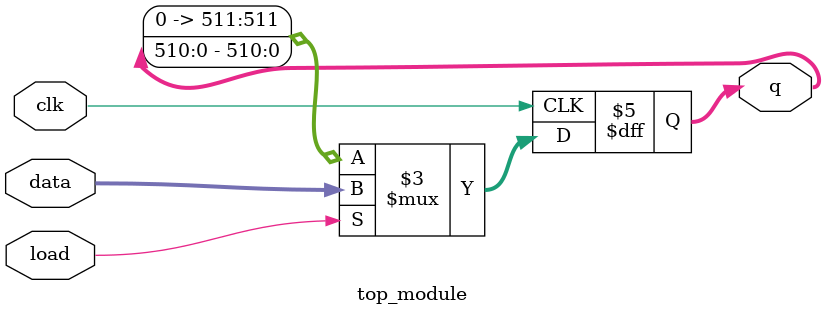
<source format=sv>
module top_module(
	input clk,
	input load,
	input [511:0] data,
	output reg [511:0] q);
	
	always @(posedge clk) begin
		
		if (load) begin
			q <= data;
		end
		else begin
			q <= {1'b0, q[$bits(q)-2:0]};
		end
		
	end
	
endmodule

</source>
